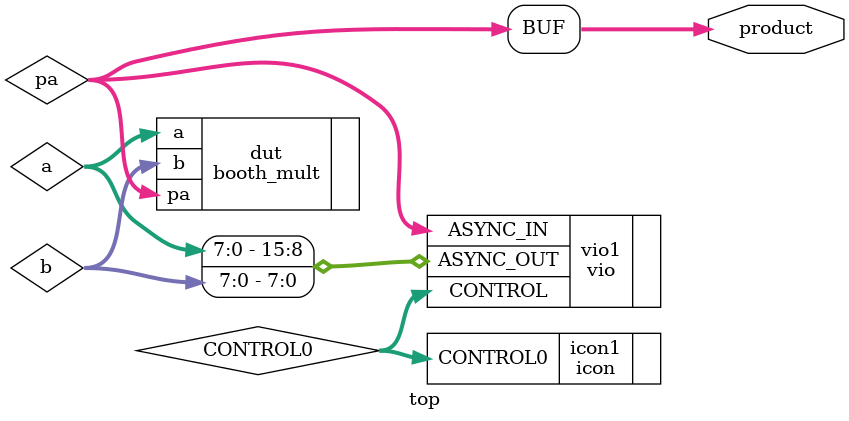
<source format=v>
`timescale 1ns / 1ps
`define width 8
module top(output [2*`width-1:0] product);

wire [2*`width-1:0] pa;
wire [`width-1:0] a,b;
// Instantiate your module here
booth_mult dut(.a(a),
					.b(b),
					.pa(pa)
					);  

assign product = pa;
wire [35:0] CONTROL0;

icon icon1 (
    .CONTROL0(CONTROL0) // INOUT BUS [35:0]
);

vio vio1 (
    .CONTROL(CONTROL0), // INOUT BUS [35:0]
    .ASYNC_IN(pa), // IN BUS [15:0]
    .ASYNC_OUT({a,b}) // OUT BUS [15:0]
);
endmodule

</source>
